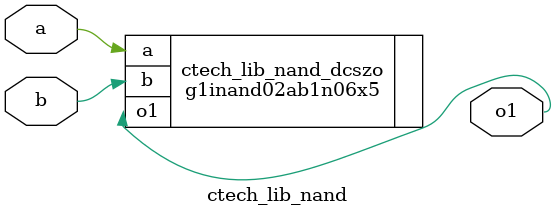
<source format=sv>

module ctech_lib_nand (
   input logic a,
   input logic b,
   output logic o1 );


   g1inand02ab1n06x5 ctech_lib_nand_dcszo (.a(a), .b(b), .o1(o1));
   
endmodule // ctech_lib_nand

</source>
